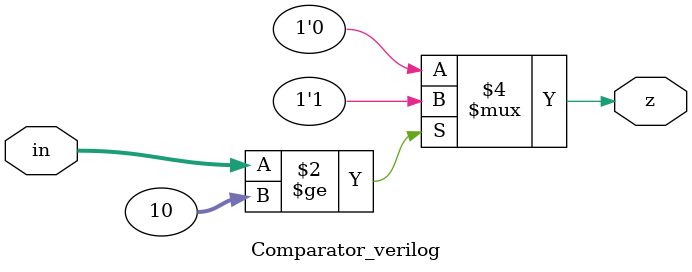
<source format=v>
`timescale 1ns / 1ps

module Comparator_verilog(
    input [3:0]in,
    output reg z
    );
    always @(*) 
    begin
        if (in >= 10)
            z = 1;
        else
            z = 0;
    end
endmodule
</source>
